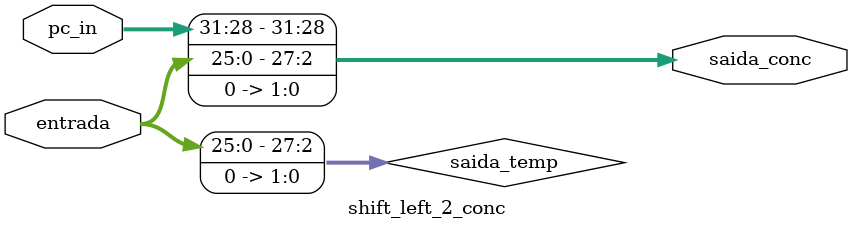
<source format=v>
module shift_left_2_conc (
    input wire [25:0] entrada,
    input wire [31:0] pc_in,
    output wire [31:0] saida_conc
);
    wire [27:0] saida_temp;
    assign saida_temp = entrada <<< 2;
    assign saida_conc = {pc_in[31:28], saida_temp[27:0]};

endmodule //shift_left_2_conc
</source>
